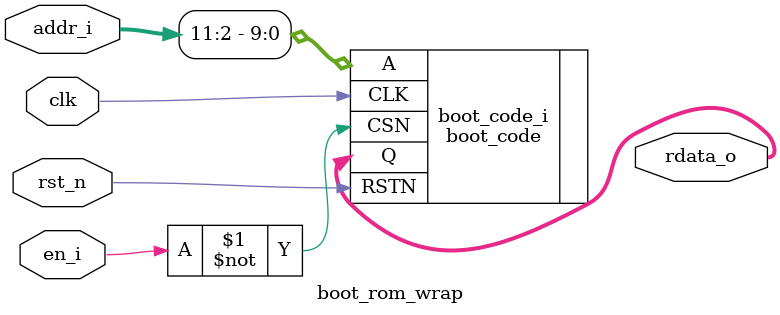
<source format=v>
`define ROM_ADDR_WIDTH      12
`define ROM_START_ADDR      32'h8000
`define ASIC                1
`define USE_ZERO_RISCY      1 

module boot_rom_wrap 
#(
    parameter ADDR_WIDTH = `ROM_ADDR_WIDTH,
    parameter DATA_WIDTH = 32
  )
(
	clk,
	rst_n,
	en_i,
	addr_i,
	rdata_o
);
	//parameter ADDR_WIDTH = 12;
	//parameter DATA_WIDTH = 32;
	input wire clk;
	input wire rst_n;
	input wire en_i;
	input wire [ADDR_WIDTH - 1:0] addr_i;
	output wire [DATA_WIDTH - 1:0] rdata_o;
	boot_code boot_code_i(
		.CLK(clk),
		.RSTN(rst_n),
		.CSN(~en_i),
		.A(addr_i[ADDR_WIDTH - 1:2]),
		.Q(rdata_o)
	);
endmodule

</source>
